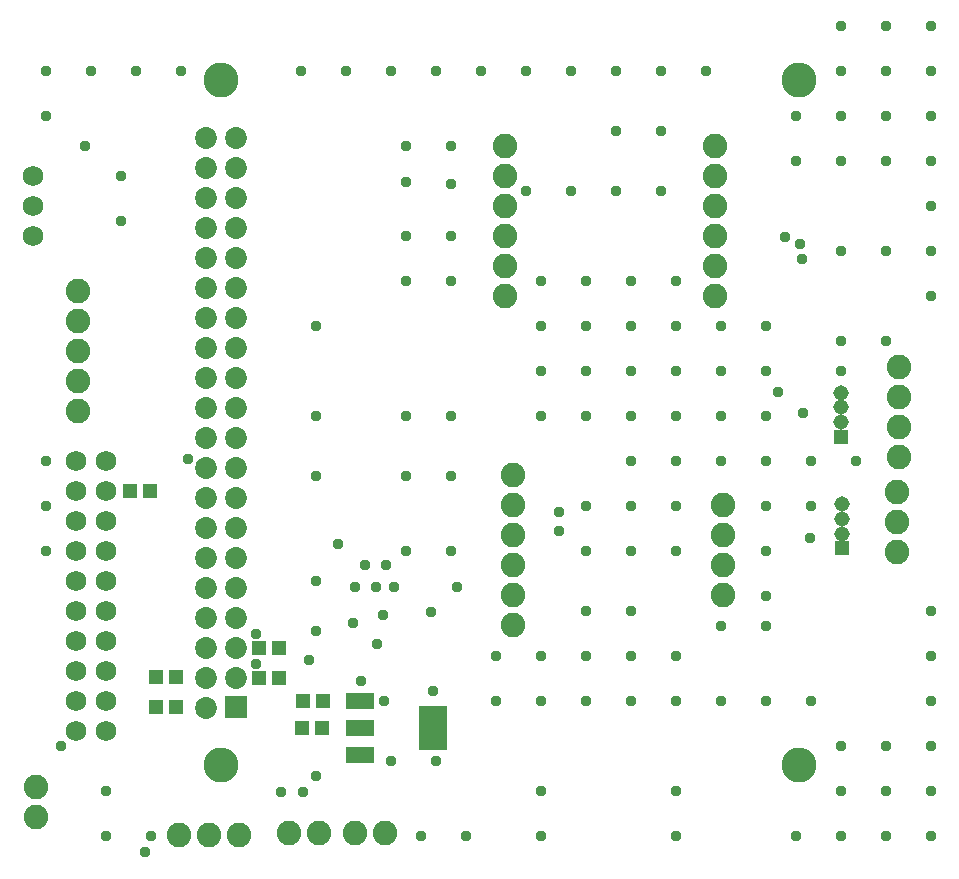
<source format=gbs>
G04 EAGLE Gerber RS-274X export*
G75*
%MOMM*%
%FSLAX34Y34*%
%LPD*%
%INSoldermask Bottom*%
%IPPOS*%
%AMOC8*
5,1,8,0,0,1.08239X$1,22.5*%
G01*
%ADD10R,1.303200X1.203200*%
%ADD11R,1.311200X1.311200*%
%ADD12C,1.311200*%
%ADD13C,2.082800*%
%ADD14C,1.727200*%
%ADD15C,2.953200*%
%ADD16R,1.854200X1.854200*%
%ADD17C,1.854200*%
%ADD18R,2.403200X1.403200*%
%ADD19R,2.403200X3.703200*%
%ADD20C,0.959600*%


D10*
X105800Y122174D03*
X122800Y122174D03*
X105800Y147447D03*
X122800Y147447D03*
X230895Y127127D03*
X247895Y127127D03*
X229625Y104521D03*
X246625Y104521D03*
D11*
X686816Y256586D03*
D12*
X686816Y269086D03*
X686816Y281586D03*
X686816Y294086D03*
D13*
X735076Y409956D03*
X735076Y384556D03*
X735076Y359156D03*
X735076Y333756D03*
X40259Y372872D03*
X40259Y398272D03*
X40259Y423672D03*
X40259Y449072D03*
X40259Y474472D03*
X299847Y15240D03*
X274447Y15240D03*
X243967Y15748D03*
X218567Y15748D03*
X4445Y29083D03*
X4445Y54483D03*
D11*
X686054Y350820D03*
D12*
X686054Y363320D03*
X686054Y375820D03*
X686054Y388320D03*
D14*
X63500Y330200D03*
X38100Y330200D03*
X63500Y304800D03*
X38100Y304800D03*
X63500Y279400D03*
X38100Y279400D03*
X63500Y254000D03*
X38100Y254000D03*
X63500Y228600D03*
X38100Y228600D03*
X63500Y203200D03*
X38100Y203200D03*
X63500Y177800D03*
X38100Y177800D03*
X63500Y152400D03*
X38100Y152400D03*
X63500Y127000D03*
X38100Y127000D03*
X63500Y101600D03*
X38100Y101600D03*
D13*
X733806Y253111D03*
X733806Y278511D03*
X733806Y303911D03*
X125222Y13589D03*
X150622Y13589D03*
X176022Y13589D03*
D10*
X193430Y147066D03*
X210430Y147066D03*
X193176Y172085D03*
X210176Y172085D03*
D15*
X650800Y73100D03*
X650800Y653100D03*
X160800Y73100D03*
X160800Y653100D03*
D16*
X173500Y121800D03*
D17*
X148082Y121666D03*
X173482Y147066D03*
X148082Y147066D03*
X173482Y172466D03*
X148082Y172466D03*
X173482Y197866D03*
X148082Y197866D03*
X173482Y223266D03*
X148082Y223266D03*
X173482Y248666D03*
X148082Y248666D03*
X173482Y274066D03*
X148082Y274066D03*
X173482Y299466D03*
X148082Y299466D03*
X173482Y324866D03*
X148082Y324866D03*
X173482Y350266D03*
X148082Y350266D03*
X173482Y375666D03*
X148082Y375666D03*
X173482Y401066D03*
X148082Y401066D03*
X173482Y426466D03*
X148082Y426466D03*
X173482Y451866D03*
X148082Y451866D03*
X173482Y477266D03*
X148082Y477266D03*
X173482Y502666D03*
X148082Y502666D03*
X173482Y528066D03*
X148082Y528066D03*
X173482Y553466D03*
X148082Y553466D03*
X173482Y578866D03*
X148082Y578866D03*
X173482Y604266D03*
X148082Y604266D03*
D13*
X408432Y191770D03*
X408432Y217170D03*
X408432Y242570D03*
X408432Y267970D03*
X408432Y293370D03*
X408432Y318770D03*
X586232Y217170D03*
X586232Y242570D03*
X586232Y267970D03*
X586232Y293370D03*
X401447Y469773D03*
X401447Y495173D03*
X401447Y520573D03*
X401447Y545973D03*
X401447Y571373D03*
X401447Y596773D03*
X579247Y469773D03*
X579247Y495173D03*
X579247Y520573D03*
X579247Y545973D03*
X579247Y571373D03*
X579247Y596773D03*
D18*
X278626Y81394D03*
X278626Y104394D03*
X278626Y127394D03*
D19*
X340626Y104394D03*
D14*
X2032Y571500D03*
X2032Y546100D03*
X2032Y520700D03*
D10*
X83702Y304800D03*
X100702Y304800D03*
D20*
X317500Y520700D03*
X355600Y520700D03*
X355600Y482600D03*
X317500Y482600D03*
X241300Y444500D03*
X317500Y368300D03*
X355600Y368300D03*
X241300Y368300D03*
X241300Y317500D03*
X317500Y317500D03*
X355600Y317500D03*
X431800Y482600D03*
X469900Y482600D03*
X508000Y482600D03*
X546100Y482600D03*
X546100Y444500D03*
X508000Y444500D03*
X469900Y444500D03*
X431800Y444500D03*
X431800Y406400D03*
X469900Y406400D03*
X508000Y406400D03*
X546100Y406400D03*
X546100Y368300D03*
X508000Y368300D03*
X469900Y368300D03*
X431800Y368300D03*
X508000Y330200D03*
X546100Y330200D03*
X584200Y444500D03*
X622300Y444500D03*
X622300Y406400D03*
X584200Y406400D03*
X584200Y368300D03*
X622300Y368300D03*
X622300Y330200D03*
X584200Y330200D03*
X660400Y330200D03*
X698500Y330200D03*
X622300Y292100D03*
X660400Y292100D03*
X622300Y254000D03*
X622300Y215900D03*
X584200Y190500D03*
X546100Y292100D03*
X508000Y292100D03*
X469900Y292100D03*
X508000Y254000D03*
X546100Y254000D03*
X469900Y254000D03*
X469900Y203200D03*
X508000Y203200D03*
X469900Y165100D03*
X508000Y165100D03*
X469900Y127000D03*
X508000Y127000D03*
X546100Y127000D03*
X546100Y165100D03*
X584200Y127000D03*
X622300Y127000D03*
X660400Y127000D03*
X762000Y127000D03*
X762000Y165100D03*
X762000Y203200D03*
X762000Y469900D03*
X762000Y508000D03*
X762000Y546100D03*
X762000Y584200D03*
X762000Y622300D03*
X762000Y660400D03*
X762000Y698500D03*
X762000Y88900D03*
X762000Y50800D03*
X762000Y12700D03*
X723900Y12700D03*
X685800Y12700D03*
X685800Y50800D03*
X685800Y88900D03*
X723900Y88900D03*
X723900Y50800D03*
X647700Y12700D03*
X546100Y50800D03*
X546100Y12700D03*
X431800Y50800D03*
X431800Y12700D03*
X431800Y127000D03*
X431800Y165100D03*
X393700Y165100D03*
X393700Y127000D03*
X355600Y254000D03*
X317500Y254000D03*
X260350Y260350D03*
X241300Y228600D03*
X235966Y161798D03*
X293370Y175260D03*
X241300Y63500D03*
X101600Y12700D03*
X63500Y12700D03*
X63500Y50800D03*
X25400Y88900D03*
X12700Y254000D03*
X12700Y292100D03*
X12700Y330200D03*
X76200Y533400D03*
X76200Y571500D03*
X304800Y76200D03*
X342900Y76200D03*
X330200Y12700D03*
X368300Y12700D03*
X622300Y190500D03*
X723900Y431800D03*
X685800Y431800D03*
X685800Y406400D03*
X723900Y508000D03*
X685800Y508000D03*
X723900Y584200D03*
X685800Y584200D03*
X723900Y622300D03*
X685800Y622300D03*
X723900Y660400D03*
X685800Y660400D03*
X685800Y698500D03*
X723900Y698500D03*
X571500Y660400D03*
X533400Y660400D03*
X495300Y660400D03*
X457200Y660400D03*
X419100Y660400D03*
X495300Y609600D03*
X533400Y609600D03*
X533400Y558800D03*
X495300Y558800D03*
X457200Y558800D03*
X419100Y558800D03*
X647700Y584200D03*
X647700Y622300D03*
X355600Y596900D03*
X317500Y596900D03*
X355600Y565150D03*
X317500Y566420D03*
X381000Y660400D03*
X342900Y660400D03*
X304800Y660400D03*
X266700Y660400D03*
X228600Y660400D03*
X127000Y660400D03*
X88900Y660400D03*
X50800Y660400D03*
X12700Y660400D03*
X12700Y622300D03*
X45720Y596900D03*
X133350Y332232D03*
X301117Y242824D03*
X632587Y388493D03*
X638683Y520446D03*
X190763Y158877D03*
X241554Y186309D03*
X298577Y200118D03*
X653034Y501777D03*
X654050Y371475D03*
X447675Y287401D03*
X447548Y271145D03*
X190754Y183896D03*
X660146Y265557D03*
X651637Y513897D03*
X274447Y224028D03*
X292354Y224028D03*
X308001Y224028D03*
X360807Y224028D03*
X230251Y50292D03*
X211582Y50292D03*
X283083Y242090D03*
X299339Y127127D03*
X279400Y143891D03*
X97028Y-889D03*
X273050Y193675D03*
X339090Y202438D03*
X340741Y136017D03*
M02*

</source>
